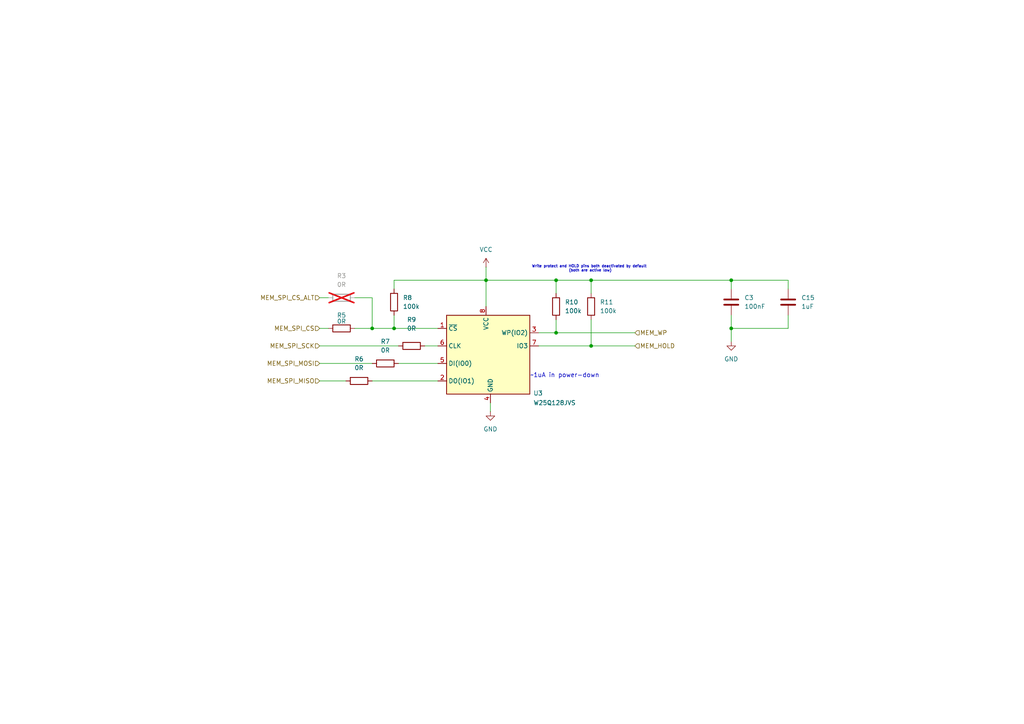
<source format=kicad_sch>
(kicad_sch (version 20231120) (generator "eeschema") (generator_version "8.0")
  (paper "A4")
  (lib_symbols
    (symbol "Device:C" (pin_numbers hide) (pin_names (offset 0.254))
      (property "Reference" "C" (at 0.635 2.54 0))
      (property "Value" "C" (at 0.635 -2.54 0))
      (symbol "C_0_1"
        (polyline (pts (xy -2.032 -0.762) (xy 2.032 -0.762)) (stroke (width 0.508)))
        (polyline (pts (xy -2.032 0.762) (xy 2.032 0.762)) (stroke (width 0.508)))
      )
      (symbol "C_1_1"
        (pin passive line (at 0 3.81 270) (length 2.794) (name "~") (number "1"))
        (pin passive line (at 0 -3.81 90) (length 2.794) (name "~") (number "2"))
      )
    )
    (symbol "Device:R" (pin_numbers hide) (pin_names (offset 0))
      (property "Reference" "R" (at 2.032 0 90))
      (property "Value" "R" (at 0 0 90))
      (symbol "R_0_1"
        (rectangle (start -1.016 -2.54) (end 1.016 2.54) (stroke (width 0.254)))
      )
      (symbol "R_1_1"
        (pin passive line (at 0 3.81 270) (length 1.27) (name "~") (number "1"))
        (pin passive line (at 0 -3.81 90) (length 1.27) (name "~") (number "2"))
      )
    )
    (symbol "Memory_Flash:W25Q128JVS"
      (property "Reference" "U3" (at 17.526 -11.176 0))
      (property "Value" "W25Q128JVS" (at 17.526 -13.97 0))
      (symbol "W25Q128JVS_0_1"
        (rectangle (start -7.62 11.43) (end 16.51 -11.43) (stroke (width 0.254)) (fill (type background)))
      )
      (symbol "W25Q128JVS_1_1"
        (pin input line (at -10.16 7.62 0) (length 2.54) (name "~{CS}") (number "1"))
        (pin bidirectional line (at -10.16 -7.62 0) (length 2.54) (name "DO(IO1)") (number "2"))
        (pin bidirectional line (at 19.05 6.35 180) (length 2.54) (name "WP(IO2)") (number "3"))
        (pin power_in line (at 5.08 -13.97 90) (length 2.54) (name "GND") (number "4"))
        (pin bidirectional line (at -10.16 -2.54 0) (length 2.54) (name "DI(IO0)") (number "5"))
        (pin input line (at -10.16 2.54 0) (length 2.54) (name "CLK") (number "6"))
        (pin bidirectional line (at 19.05 2.54 180) (length 2.54) (name "IO3") (number "7"))
        (pin power_in line (at 3.81 13.97 270) (length 2.54) (name "VCC") (number "8"))
      )
    )
    (symbol "power:GND" (power) (pin_numbers hide) (pin_names (offset 0) hide)
      (property "Value" "GND" (at 0 -3.81 0))
      (symbol "GND_0_1"
        (polyline (pts (xy 0 0) (xy 0 -1.27) (xy 1.27 -1.27) (xy 0 -2.54) (xy -1.27 -1.27) (xy 0 -1.27)))
      )
      (symbol "GND_1_1"
        (pin power_in line (at 0 0 270) (length 0) (name "~") (number "1"))
      )
    )
    (symbol "power:VCC" (power) (pin_numbers hide) (pin_names (offset 0) hide)
      (property "Value" "VCC" (at 0 3.556 0))
      (symbol "VCC_0_1"
        (polyline (pts (xy -0.762 1.27) (xy 0 2.54)))
        (polyline (pts (xy 0 0) (xy 0 2.54)))
        (polyline (pts (xy 0 2.54) (xy 0.762 1.27)))
      )
      (symbol "VCC_1_1"
        (pin power_in line (at 0 0 90) (length 0) (name "~") (number "1"))
      )
    )
  )
  (junction (at 212.09 95.25))
  (junction (at 161.29 96.52))
  (junction (at 114.3 95.25))
  (junction (at 212.09 81.28))
  (junction (at 171.45 81.28))
  (junction (at 107.95 95.25))
  (junction (at 140.97 81.28))
  (junction (at 171.45 100.33))
  (junction (at 161.29 81.28))
  (wire (pts (xy 140.97 81.28) (xy 140.97 88.9)))
  (wire (pts (xy 102.87 86.36) (xy 107.95 86.36)))
  (wire (pts (xy 140.97 81.28) (xy 161.29 81.28)))
  (wire (pts (xy 228.6 95.25) (xy 228.6 91.44)))
  (wire (pts (xy 114.3 81.28) (xy 114.3 83.82)))
  (wire (pts (xy 161.29 92.71) (xy 161.29 96.52)))
  (wire (pts (xy 92.71 86.36) (xy 95.25 86.36)))
  (wire (pts (xy 123.19 100.33) (xy 127 100.33)))
  (wire (pts (xy 161.29 81.28) (xy 171.45 81.28)))
  (wire (pts (xy 107.95 95.25) (xy 114.3 95.25)))
  (wire (pts (xy 171.45 92.71) (xy 171.45 100.33)))
  (wire (pts (xy 107.95 110.49) (xy 127 110.49)))
  (wire (pts (xy 212.09 95.25) (xy 228.6 95.25)))
  (wire (pts (xy 212.09 81.28) (xy 212.09 83.82)))
  (wire (pts (xy 92.71 100.33) (xy 115.57 100.33)))
  (wire (pts (xy 212.09 95.25) (xy 212.09 99.06)))
  (wire (pts (xy 114.3 81.28) (xy 140.97 81.28)))
  (wire (pts (xy 212.09 81.28) (xy 228.6 81.28)))
  (wire (pts (xy 171.45 81.28) (xy 171.45 85.09)))
  (wire (pts (xy 92.71 110.49) (xy 100.33 110.49)))
  (wire (pts (xy 92.71 95.25) (xy 95.25 95.25)))
  (wire (pts (xy 114.3 91.44) (xy 114.3 95.25)))
  (wire (pts (xy 92.71 105.41) (xy 107.95 105.41)))
  (wire (pts (xy 114.3 95.25) (xy 127 95.25)))
  (wire (pts (xy 107.95 86.36) (xy 107.95 95.25)))
  (wire (pts (xy 142.24 116.84) (xy 142.24 119.38)))
  (wire (pts (xy 228.6 81.28) (xy 228.6 83.82)))
  (wire (pts (xy 140.97 77.47) (xy 140.97 81.28)))
  (wire (pts (xy 212.09 91.44) (xy 212.09 95.25)))
  (wire (pts (xy 171.45 100.33) (xy 184.15 100.33)))
  (wire (pts (xy 171.45 81.28) (xy 212.09 81.28)))
  (wire (pts (xy 161.29 96.52) (xy 184.15 96.52)))
  (wire (pts (xy 102.87 95.25) (xy 107.95 95.25)))
  (wire (pts (xy 115.57 105.41) (xy 127 105.41)))
  (wire (pts (xy 156.21 100.33) (xy 171.45 100.33)))
  (wire (pts (xy 156.21 96.52) (xy 161.29 96.52)))
  (wire (pts (xy 161.29 81.28) (xy 161.29 85.09)))
  (text "Write protect and HOLD pins both deactivated by default \n(both are active low)" (at 171.196 77.978 0) (effects (font (size 0.762 0.762))))
  (text "~1uA in power-down" (at 163.83 108.966 0) (effects (font (size 1.27 1.27))))
  (hierarchical_label "MEM_SPI_SCK" (shape input) (at 92.71 100.33 180))
  (hierarchical_label "MEM_SPI_CS" (shape input) (at 92.71 95.25 180))
  (hierarchical_label "MEM_SPI_CS_ALT" (shape input) (at 92.71 86.36 180))
  (hierarchical_label "MEM_WP" (shape input) (at 184.15 96.52 0))
  (hierarchical_label "MEM_SPI_MOSI" (shape input) (at 92.71 105.41 180))
  (hierarchical_label "MEM_HOLD" (shape input) (at 184.15 100.33 0))
  (hierarchical_label "MEM_SPI_MISO" (shape input) (at 92.71 110.49 180))
  (symbol (lib_id "Device:R") (at 99.06 86.36 90) (unit 1) (dnp yes)
    (property "Reference" "R3" (at 99.06 80.01 90))
    (property "Value" "0R" (at 99.06 82.55 90))
    (property "Footprint" "Resistor_SMD:R_0402_1005Metric" (effects (hide yes)))
    (property "Description" "Resistor" (effects (hide yes)))
  )
  (symbol (lib_id "power:GND") (at 142.24 119.38 0) (unit 1)
    (property "Reference" "#PWR7" (effects (hide yes)))
    (property "Value" "GND" (at 142.24 124.46 0))
    (property "Description" "Power symbol creates a global label with name \"GND\" , ground" (effects (hide yes)))
  )
  (symbol (lib_id "Device:C") (at 212.09 87.63 0) (unit 1)
    (property "Reference" "C3" (at 215.9 86.3599 0) (effects (justify left)))
    (property "Value" "100nF" (at 215.9 88.8999 0) (effects (justify left)))
    (property "Footprint" "Capacitor_SMD:C_0603_1608Metric" (effects (hide yes)))
    (property "Description" "Unpolarized capacitor" (effects (hide yes)))
  )
  (symbol (lib_id "Device:R") (at 161.29 88.9 0) (unit 1)
    (property "Reference" "R10" (at 163.83 87.6299 0) (effects (justify left)))
    (property "Value" "100k" (at 163.83 90.1699 0) (effects (justify left)))
    (property "Footprint" "Resistor_SMD:R_0402_1005Metric" (effects (hide yes)))
    (property "Description" "Resistor" (effects (hide yes)))
  )
  (symbol (lib_id "Device:R") (at 114.3 87.63 0) (unit 1)
    (property "Reference" "R8" (at 116.84 86.3599 0) (effects (justify left)))
    (property "Value" "100k" (at 116.84 88.8999 0) (effects (justify left)))
    (property "Footprint" "Resistor_SMD:R_0402_1005Metric" (effects (hide yes)))
    (property "Description" "Resistor" (effects (hide yes)))
  )
  (symbol (lib_id "Device:C") (at 228.6 87.63 0) (unit 1)
    (property "Reference" "C15" (at 232.41 86.3599 0) (effects (justify left)))
    (property "Value" "1uF" (at 232.41 88.8999 0) (effects (justify left)))
    (property "Footprint" "Capacitor_SMD:C_0603_1608Metric" (effects (hide yes)))
    (property "Description" "Unpolarized capacitor" (effects (hide yes)))
  )
  (symbol (lib_id "power:VCC") (at 140.97 77.47 0) (unit 1)
    (property "Reference" "#PWR6" (effects (hide yes)))
    (property "Value" "VCC" (at 140.97 72.39 0))
    (property "Description" "Power symbol creates a global label with name \"VCC\"" (effects (hide yes)))
  )
  (symbol (lib_id "Memory_Flash:W25Q128JVS") (at 137.16 102.87 0) (unit 1)
    (property "Reference" "U3" (at 154.686 114.046 0) (effects (justify left)))
    (property "Value" "W25Q128JVS" (at 154.686 116.84 0) (effects (justify left)))
    (property "Footprint" "Package_SO:SOIC-8_5.23x5.23mm_P1.27mm" (effects (hide yes)))
    (property "Datasheet" "https://www.lcsc.com/product-detail/NOR-FLASH_Winbond-Elec-W25Q128JVSIQ_C113767.html" (effects (hide yes)))
  )
  (symbol (lib_id "power:GND") (at 212.09 99.06 0) (unit 1)
    (property "Reference" "#PWR8" (effects (hide yes)))
    (property "Value" "GND" (at 212.09 104.14 0))
    (property "Description" "Power symbol creates a global label with name \"GND\" , ground" (effects (hide yes)))
  )
  (symbol (lib_id "Device:R") (at 119.38 100.33 90) (unit 1)
    (property "Reference" "R9" (at 119.38 92.71 90))
    (property "Value" "0R" (at 119.38 95.25 90))
    (property "Footprint" "Resistor_SMD:R_0402_1005Metric" (effects (hide yes)))
    (property "Description" "Resistor" (effects (hide yes)))
  )
  (symbol (lib_id "Device:R") (at 99.06 95.25 90) (unit 1)
    (property "Reference" "R5" (at 99.06 91.44 90))
    (property "Value" "0R" (at 99.06 93.218 90))
    (property "Footprint" "Resistor_SMD:R_0402_1005Metric" (effects (hide yes)))
    (property "Description" "Resistor" (effects (hide yes)))
  )
  (symbol (lib_id "Device:R") (at 171.45 88.9 0) (unit 1)
    (property "Reference" "R11" (at 173.99 87.6299 0) (effects (justify left)))
    (property "Value" "100k" (at 173.99 90.1699 0) (effects (justify left)))
    (property "Footprint" "Resistor_SMD:R_0402_1005Metric" (effects (hide yes)))
    (property "Description" "Resistor" (effects (hide yes)))
  )
  (symbol (lib_id "Device:R") (at 104.14 110.49 90) (unit 1)
    (property "Reference" "R6" (at 104.14 104.14 90))
    (property "Value" "0R" (at 104.14 106.68 90))
    (property "Footprint" "Resistor_SMD:R_0402_1005Metric" (effects (hide yes)))
    (property "Description" "Resistor" (effects (hide yes)))
  )
  (symbol (lib_id "Device:R") (at 111.76 105.41 90) (unit 1)
    (property "Reference" "R7" (at 111.76 99.06 90))
    (property "Value" "0R" (at 111.76 101.6 90))
    (property "Footprint" "Resistor_SMD:R_0402_1005Metric" (effects (hide yes)))
    (property "Description" "Resistor" (effects (hide yes)))
  )
)
</source>
